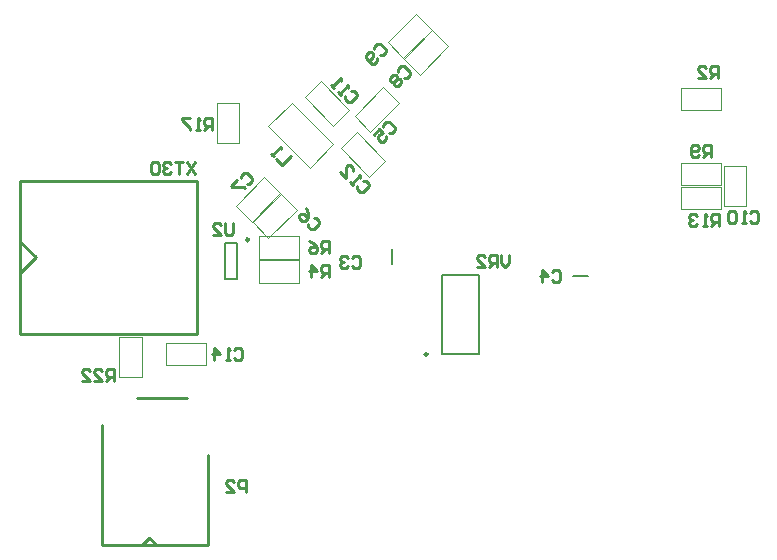
<source format=gbo>
G04 Layer_Color=32896*
%FSLAX25Y25*%
%MOIN*%
G70*
G01*
G75*
%ADD31C,0.01000*%
%ADD59C,0.00787*%
%ADD60C,0.00394*%
%ADD61C,0.00984*%
D31*
X126Y121744D02*
X59181D01*
X126Y70563D02*
Y121744D01*
Y70563D02*
X59181D01*
Y121744D01*
X126Y101398D02*
X5370Y96153D01*
X126Y90909D02*
X5370Y96153D01*
X40657Y252D02*
X43158Y2752D01*
X45658Y252D01*
X39220Y49465D02*
X55658D01*
X27409Y252D02*
Y40252D01*
X62843Y252D02*
Y30252D01*
X27409Y252D02*
X62843D01*
X58500Y127999D02*
X55834Y124000D01*
Y127999D02*
X58500Y124000D01*
X54501Y127999D02*
X51836D01*
X53168D01*
Y124000D01*
X50503Y127332D02*
X49836Y127999D01*
X48503D01*
X47837Y127332D01*
Y126666D01*
X48503Y125999D01*
X49170D01*
X48503D01*
X47837Y125333D01*
Y124667D01*
X48503Y124000D01*
X49836D01*
X50503Y124667D01*
X46504Y127332D02*
X45837Y127999D01*
X44504D01*
X43838Y127332D01*
Y124667D01*
X44504Y124000D01*
X45837D01*
X46504Y124667D01*
Y127332D01*
X71334Y65332D02*
X72001Y65999D01*
X73334D01*
X74000Y65332D01*
Y62666D01*
X73334Y62000D01*
X72001D01*
X71334Y62666D01*
X70001Y62000D02*
X68668D01*
X69335D01*
Y65999D01*
X70001Y65332D01*
X64670Y62000D02*
Y65999D01*
X66669Y63999D01*
X64003D01*
X163000Y96999D02*
Y94333D01*
X161667Y93000D01*
X160334Y94333D01*
Y96999D01*
X159001Y93000D02*
Y96999D01*
X157002D01*
X156335Y96332D01*
Y94999D01*
X157002Y94333D01*
X159001D01*
X157668D02*
X156335Y93000D01*
X152337D02*
X155003D01*
X152337Y95666D01*
Y96332D01*
X153003Y96999D01*
X154336D01*
X155003Y96332D01*
X177334Y91332D02*
X178001Y91999D01*
X179333D01*
X180000Y91332D01*
Y88666D01*
X179333Y88000D01*
X178001D01*
X177334Y88666D01*
X174002Y88000D02*
Y91999D01*
X176001Y89999D01*
X173336D01*
X110834Y95832D02*
X111501Y96499D01*
X112833D01*
X113500Y95832D01*
Y93166D01*
X112833Y92500D01*
X111501D01*
X110834Y93166D01*
X109501Y95832D02*
X108835Y96499D01*
X107502D01*
X106835Y95832D01*
Y95166D01*
X107502Y94499D01*
X108168D01*
X107502D01*
X106835Y93833D01*
Y93166D01*
X107502Y92500D01*
X108835D01*
X109501Y93166D01*
X230500Y129500D02*
Y133499D01*
X228501D01*
X227834Y132832D01*
Y131499D01*
X228501Y130833D01*
X230500D01*
X229167D02*
X227834Y129500D01*
X226501Y130166D02*
X225835Y129500D01*
X224502D01*
X223835Y130166D01*
Y132832D01*
X224502Y133499D01*
X225835D01*
X226501Y132832D01*
Y132166D01*
X225835Y131499D01*
X223835D01*
X232900Y155894D02*
Y159892D01*
X230901D01*
X230234Y159226D01*
Y157893D01*
X230901Y157227D01*
X232900D01*
X231567D02*
X230234Y155894D01*
X226236D02*
X228901D01*
X226236Y158560D01*
Y159226D01*
X226902Y159892D01*
X228235D01*
X228901Y159226D01*
X121259Y139471D02*
Y140414D01*
X122201Y141356D01*
X123144D01*
X125029Y139471D01*
Y138529D01*
X124086Y137586D01*
X123144D01*
X117960Y137115D02*
X119845Y139000D01*
X121259Y137586D01*
X119845Y137115D01*
X119374Y136644D01*
Y135701D01*
X120316Y134759D01*
X121259D01*
X122201Y135701D01*
Y136644D01*
X97971Y109241D02*
X98914D01*
X99856Y108299D01*
Y107356D01*
X97971Y105471D01*
X97029D01*
X96086Y106414D01*
Y107356D01*
X95615Y112540D02*
X96086Y111126D01*
X96086Y109241D01*
X95144Y108299D01*
X94201D01*
X93259Y109241D01*
Y110184D01*
X93730Y110655D01*
X94673D01*
X96086Y109241D01*
X73759Y122471D02*
Y123414D01*
X74701Y124356D01*
X75644D01*
X77529Y122471D01*
Y121529D01*
X76586Y120586D01*
X75644D01*
X72345Y122000D02*
X70460Y120115D01*
X70931Y119644D01*
X74701D01*
X75173Y119173D01*
X126259Y157971D02*
Y158914D01*
X127201Y159856D01*
X128144D01*
X130029Y157971D01*
Y157029D01*
X129086Y156086D01*
X128144D01*
X125316Y157029D02*
X124374D01*
X123431Y156086D01*
Y155144D01*
X123902Y154673D01*
X124845D01*
Y153730D01*
X125316Y153259D01*
X126259D01*
X127201Y154201D01*
Y155144D01*
X126730Y155615D01*
X125787D01*
Y156558D01*
X125316Y157029D01*
X125787Y155615D02*
X124845Y154673D01*
X118259Y165471D02*
Y166414D01*
X119201Y167356D01*
X120144D01*
X122029Y165471D01*
Y164529D01*
X121086Y163586D01*
X120144D01*
X119201Y162644D02*
Y161701D01*
X118259Y160759D01*
X117316D01*
X115431Y162644D01*
Y163586D01*
X116374Y164529D01*
X117316D01*
X117788Y164058D01*
Y163115D01*
X116374Y161701D01*
X243334Y110832D02*
X244001Y111499D01*
X245334D01*
X246000Y110832D01*
Y108167D01*
X245334Y107500D01*
X244001D01*
X243334Y108167D01*
X242001Y107500D02*
X240668D01*
X241335D01*
Y111499D01*
X242001Y110832D01*
X238669D02*
X238003Y111499D01*
X236670D01*
X236003Y110832D01*
Y108167D01*
X236670Y107500D01*
X238003D01*
X238669Y108167D01*
Y110832D01*
X90328Y129827D02*
X87500Y127000D01*
X85615Y128885D01*
X84672Y129827D02*
X83730Y130770D01*
X84201Y130299D01*
X87029Y133126D01*
Y132184D01*
X103100Y89494D02*
Y93492D01*
X101101D01*
X100434Y92826D01*
Y91493D01*
X101101Y90827D01*
X103100D01*
X101767D02*
X100434Y89494D01*
X97102D02*
Y93492D01*
X99101Y91493D01*
X96435D01*
X103000Y97494D02*
Y101492D01*
X101001D01*
X100334Y100826D01*
Y99493D01*
X101001Y98827D01*
X103000D01*
X101667D02*
X100334Y97494D01*
X96336Y101492D02*
X97668Y100826D01*
X99001Y99493D01*
Y98160D01*
X98335Y97494D01*
X97002D01*
X96336Y98160D01*
Y98827D01*
X97002Y99493D01*
X99001D01*
X233000Y106500D02*
Y110499D01*
X231001D01*
X230334Y109832D01*
Y108499D01*
X231001Y107833D01*
X233000D01*
X231667D02*
X230334Y106500D01*
X229001D02*
X227668D01*
X228335D01*
Y110499D01*
X229001Y109832D01*
X225669D02*
X225003Y110499D01*
X223670D01*
X223003Y109832D01*
Y109166D01*
X223670Y108499D01*
X224336D01*
X223670D01*
X223003Y107833D01*
Y107167D01*
X223670Y106500D01*
X225003D01*
X225669Y107167D01*
X71000Y107499D02*
Y104166D01*
X70334Y103500D01*
X69001D01*
X68334Y104166D01*
Y107499D01*
X64336Y103500D02*
X67001D01*
X64336Y106166D01*
Y106832D01*
X65002Y107499D01*
X66335D01*
X67001Y106832D01*
X110471Y151741D02*
X111414D01*
X112356Y150799D01*
Y149856D01*
X110471Y147971D01*
X109529D01*
X108586Y148914D01*
Y149856D01*
X107173Y150328D02*
X106230Y151270D01*
X106701Y150799D01*
X109529Y153626D01*
Y152684D01*
X104816D02*
X103874Y153626D01*
X104345Y153155D01*
X107173Y155982D01*
Y155040D01*
X114471Y121741D02*
X115414D01*
X116356Y120799D01*
Y119856D01*
X114471Y117971D01*
X113529D01*
X112586Y118914D01*
Y119856D01*
X111172Y120327D02*
X110230Y121270D01*
X110701Y120799D01*
X113529Y123626D01*
Y122684D01*
X106931Y124569D02*
X108816Y122684D01*
Y126454D01*
X109288Y126925D01*
X110230D01*
X111172Y125982D01*
Y125040D01*
X64000Y138500D02*
Y142499D01*
X62001D01*
X61334Y141832D01*
Y140499D01*
X62001Y139833D01*
X64000D01*
X62667D02*
X61334Y138500D01*
X60001D02*
X58668D01*
X59335D01*
Y142499D01*
X60001Y141832D01*
X56669Y142499D02*
X54003D01*
Y141832D01*
X56669Y139166D01*
Y138500D01*
X75500Y18000D02*
Y21999D01*
X73501D01*
X72834Y21332D01*
Y19999D01*
X73501Y19333D01*
X75500D01*
X68836Y18000D02*
X71501D01*
X68836Y20666D01*
Y21332D01*
X69502Y21999D01*
X70835D01*
X71501Y21332D01*
X31500Y55000D02*
Y58999D01*
X29501D01*
X28834Y58332D01*
Y56999D01*
X29501Y56333D01*
X31500D01*
X30167D02*
X28834Y55000D01*
X24836D02*
X27501D01*
X24836Y57666D01*
Y58332D01*
X25502Y58999D01*
X26835D01*
X27501Y58332D01*
X20837Y55000D02*
X23503D01*
X20837Y57666D01*
Y58332D01*
X21503Y58999D01*
X22836D01*
X23503Y58332D01*
D59*
X68532Y100906D02*
X72469D01*
X68532Y89095D02*
X72469D01*
Y100906D01*
X68532Y89095D02*
Y100906D01*
X140898Y63811D02*
Y90189D01*
X153102Y63811D02*
Y90189D01*
X140898Y63811D02*
X153102D01*
X140898Y90189D02*
X153102D01*
X124000Y93941D02*
Y99059D01*
X184441Y90000D02*
X189559D01*
D60*
X48807Y60260D02*
Y67740D01*
X62193D01*
Y60260D02*
Y67740D01*
X48807Y60260D02*
X62193D01*
X220307Y145260D02*
Y152740D01*
X233693D01*
Y145260D02*
Y152740D01*
X220307Y145260D02*
X233693D01*
X79807Y95240D02*
X93193D01*
X79807Y87760D02*
Y95240D01*
Y87760D02*
X93193D01*
Y95240D01*
X79752Y95760D02*
X93138D01*
Y103240D01*
X79752D02*
X93138D01*
X79752Y95760D02*
Y103240D01*
X82912Y102623D02*
X92377Y112088D01*
X87088Y117377D02*
X92377Y112088D01*
X77623Y107912D02*
X87088Y117377D01*
X77623Y107912D02*
X82912Y102623D01*
X77412Y108123D02*
X86877Y117588D01*
X81588Y122877D02*
X86877Y117588D01*
X72123Y113412D02*
X81588Y122877D01*
X72123Y113412D02*
X77412Y108123D01*
X82907Y139817D02*
X96687Y126037D01*
X104482Y133832D01*
X90701Y147612D02*
X104482Y133832D01*
X82907Y139817D02*
X90701Y147612D01*
X116912Y138123D02*
X126377Y147588D01*
X121088Y152877D02*
X126377Y147588D01*
X111623Y143412D02*
X121088Y152877D01*
X111623Y143412D02*
X116912Y138123D01*
X107123Y132588D02*
X116588Y123123D01*
X121877Y128412D01*
X112412Y137877D02*
X121877Y128412D01*
X107123Y132588D02*
X112412Y137877D01*
X100412Y154877D02*
X109877Y145412D01*
X95123Y149588D02*
X100412Y154877D01*
X95123Y149588D02*
X104588Y140123D01*
X109877Y145412D01*
X242240Y113307D02*
Y126693D01*
X234760D02*
X242240D01*
X234760Y113307D02*
Y126693D01*
Y113307D02*
X242240D01*
X220307Y120260D02*
Y127740D01*
X233693D01*
Y120260D02*
Y127740D01*
X220307Y120260D02*
X233693D01*
X220307Y119740D02*
X233693D01*
X220307Y112260D02*
Y119740D01*
Y112260D02*
X233693D01*
Y119740D01*
X73240Y134307D02*
Y147693D01*
X65760D02*
X73240D01*
X65760Y134307D02*
Y147693D01*
Y134307D02*
X73240D01*
X133412Y157123D02*
X142877Y166588D01*
X137588Y171877D02*
X142877Y166588D01*
X128123Y162412D02*
X137588Y171877D01*
X128123Y162412D02*
X133412Y157123D01*
X127912Y162623D02*
X137377Y172088D01*
X132088Y177377D02*
X137377Y172088D01*
X122623Y167912D02*
X132088Y177377D01*
X122623Y167912D02*
X127912Y162623D01*
X33260Y69748D02*
X40740D01*
Y56362D02*
Y69748D01*
X33260Y56362D02*
X40740D01*
X33260D02*
Y69748D01*
D61*
X76406Y102087D02*
G03*
X76406Y102087I-492J0D01*
G01*
X135976Y63811D02*
G03*
X135976Y63811I-492J0D01*
G01*
M02*

</source>
